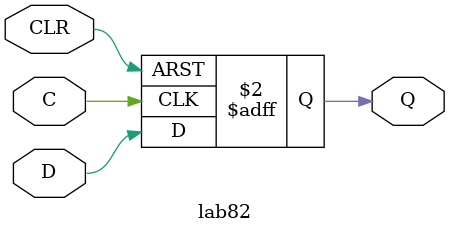
<source format=v>
`timescale 1ns / 1ps
module lab82(input C, D, CLR, output reg Q);
always @(negedge C or posedge CLR)
begin
	if (CLR)
		Q <= 1'b0;
	else
		Q <=D;
end
endmodule

</source>
